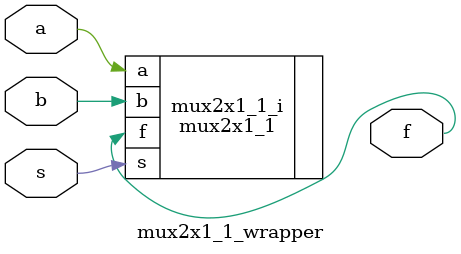
<source format=v>
`timescale 1 ps / 1 ps

module mux2x1_1_wrapper
   (a,
    b,
    f,
    s);
  input a;
  input b;
  output [0:0]f;
  input s;

  wire a;
  wire b;
  wire [0:0]f;
  wire s;

  mux2x1_1 mux2x1_1_i
       (.a(a),
        .b(b),
        .f(f),
        .s(s));
endmodule

</source>
